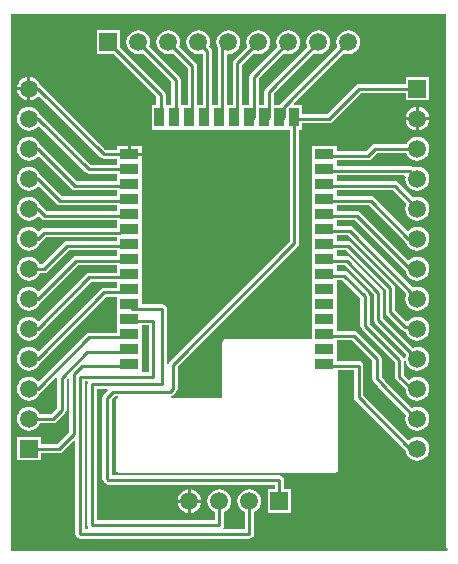
<source format=gtl>
G04 Layer_Physical_Order=1*
G04 Layer_Color=255*
%FSLAX25Y25*%
%MOIN*%
G70*
G01*
G75*
%ADD10R,0.03189X0.06299*%
%ADD11R,0.06299X0.03189*%
%ADD12C,0.01000*%
%ADD13C,0.05906*%
%ADD14R,0.05906X0.05906*%
%ADD15R,0.05906X0.05906*%
G36*
X145000Y1000D02*
X145538Y462D01*
X145347Y0D01*
X0D01*
Y179000D01*
X145000D01*
Y1000D01*
D02*
G37*
%LPC*%
G36*
X112500Y173487D02*
X111468Y173351D01*
X110507Y172953D01*
X109681Y172319D01*
X109047Y171493D01*
X108649Y170532D01*
X108513Y169500D01*
X108649Y168468D01*
X108841Y168004D01*
X89919Y149081D01*
X89630Y148650D01*
X87529D01*
Y152366D01*
X101004Y165841D01*
X101468Y165649D01*
X102500Y165513D01*
X103532Y165649D01*
X104493Y166047D01*
X105319Y166681D01*
X105953Y167507D01*
X106351Y168468D01*
X106487Y169500D01*
X106351Y170532D01*
X105953Y171493D01*
X105319Y172319D01*
X104493Y172953D01*
X103532Y173351D01*
X102500Y173487D01*
X101468Y173351D01*
X100507Y172953D01*
X99681Y172319D01*
X99047Y171493D01*
X98649Y170532D01*
X98513Y169500D01*
X98649Y168468D01*
X98841Y168004D01*
X84919Y154081D01*
X84587Y153585D01*
X84471Y153000D01*
Y148650D01*
X82529D01*
Y157367D01*
X91004Y165841D01*
X91468Y165649D01*
X92500Y165513D01*
X93532Y165649D01*
X94493Y166047D01*
X95319Y166681D01*
X95953Y167507D01*
X96351Y168468D01*
X96487Y169500D01*
X96351Y170532D01*
X95953Y171493D01*
X95319Y172319D01*
X94493Y172953D01*
X93532Y173351D01*
X92500Y173487D01*
X91468Y173351D01*
X90507Y172953D01*
X89681Y172319D01*
X89047Y171493D01*
X88649Y170532D01*
X88513Y169500D01*
X88649Y168468D01*
X88841Y168004D01*
X79919Y159081D01*
X79587Y158585D01*
X79471Y158000D01*
Y148650D01*
X77029D01*
Y161866D01*
X81004Y165841D01*
X81468Y165649D01*
X82500Y165513D01*
X83532Y165649D01*
X84493Y166047D01*
X85319Y166681D01*
X85953Y167507D01*
X86351Y168468D01*
X86487Y169500D01*
X86351Y170532D01*
X85953Y171493D01*
X85319Y172319D01*
X84493Y172953D01*
X83532Y173351D01*
X82500Y173487D01*
X81468Y173351D01*
X80507Y172953D01*
X79681Y172319D01*
X79047Y171493D01*
X78649Y170532D01*
X78513Y169500D01*
X78649Y168468D01*
X78841Y168004D01*
X74419Y163581D01*
X74087Y163085D01*
X73971Y162500D01*
Y148650D01*
X72029D01*
Y165196D01*
X72405Y165526D01*
X72500Y165513D01*
X73532Y165649D01*
X74493Y166047D01*
X75319Y166681D01*
X75953Y167507D01*
X76351Y168468D01*
X76487Y169500D01*
X76351Y170532D01*
X75953Y171493D01*
X75319Y172319D01*
X74493Y172953D01*
X73532Y173351D01*
X72500Y173487D01*
X71468Y173351D01*
X70507Y172953D01*
X69681Y172319D01*
X69047Y171493D01*
X68649Y170532D01*
X68513Y169500D01*
X68649Y168468D01*
X68996Y167630D01*
X68971Y167500D01*
Y148650D01*
X67029D01*
Y166500D01*
X66913Y167085D01*
X66581Y167581D01*
X66159Y168004D01*
X66351Y168468D01*
X66487Y169500D01*
X66351Y170532D01*
X65953Y171493D01*
X65319Y172319D01*
X64493Y172953D01*
X63532Y173351D01*
X62500Y173487D01*
X61468Y173351D01*
X60507Y172953D01*
X59681Y172319D01*
X59047Y171493D01*
X58649Y170532D01*
X58513Y169500D01*
X58649Y168468D01*
X59047Y167507D01*
X59681Y166681D01*
X60507Y166047D01*
X61468Y165649D01*
X62500Y165513D01*
X63471Y165641D01*
X63660Y165588D01*
X63971Y165381D01*
Y148650D01*
X62029D01*
Y161500D01*
X61913Y162085D01*
X61581Y162581D01*
X56159Y168004D01*
X56351Y168468D01*
X56487Y169500D01*
X56351Y170532D01*
X55953Y171493D01*
X55319Y172319D01*
X54493Y172953D01*
X53532Y173351D01*
X52500Y173487D01*
X51468Y173351D01*
X50507Y172953D01*
X49681Y172319D01*
X49047Y171493D01*
X48649Y170532D01*
X48513Y169500D01*
X48649Y168468D01*
X49047Y167507D01*
X49681Y166681D01*
X50507Y166047D01*
X51468Y165649D01*
X52500Y165513D01*
X53532Y165649D01*
X53996Y165841D01*
X58971Y160866D01*
Y148650D01*
X56529D01*
Y157000D01*
X56413Y157585D01*
X56081Y158081D01*
X46159Y168004D01*
X46351Y168468D01*
X46487Y169500D01*
X46351Y170532D01*
X45953Y171493D01*
X45319Y172319D01*
X44493Y172953D01*
X43532Y173351D01*
X42500Y173487D01*
X41468Y173351D01*
X40507Y172953D01*
X39681Y172319D01*
X39047Y171493D01*
X38649Y170532D01*
X38513Y169500D01*
X38649Y168468D01*
X39047Y167507D01*
X39681Y166681D01*
X40507Y166047D01*
X41468Y165649D01*
X42500Y165513D01*
X43532Y165649D01*
X43996Y165841D01*
X53471Y156367D01*
Y148650D01*
X51529D01*
Y152000D01*
X51413Y152585D01*
X51081Y153081D01*
X36453Y167710D01*
Y173453D01*
X28547D01*
Y165547D01*
X34290D01*
X48471Y151366D01*
Y148650D01*
X46905D01*
Y140350D01*
X92971D01*
Y103133D01*
X52919Y63081D01*
X52587Y62585D01*
X52529Y62296D01*
X52029Y62345D01*
Y80500D01*
X51913Y81085D01*
X51581Y81581D01*
X51085Y81913D01*
X50500Y82029D01*
X43650D01*
Y84539D01*
Y89539D01*
Y94539D01*
Y99539D01*
Y104539D01*
Y109539D01*
Y114539D01*
Y119539D01*
Y124539D01*
Y129539D01*
Y131634D01*
X39500D01*
Y132134D01*
X39000D01*
Y134728D01*
X35350D01*
Y133663D01*
X31500D01*
X10081Y155081D01*
X9734Y155313D01*
X9453Y155993D01*
X8819Y156819D01*
X7993Y157453D01*
X7032Y157851D01*
X6500Y157921D01*
Y154000D01*
Y150079D01*
X7032Y150149D01*
X7993Y150547D01*
X8819Y151181D01*
X8952Y151354D01*
X9451Y151386D01*
X29785Y131052D01*
X30281Y130721D01*
X30866Y130605D01*
X35350D01*
Y128663D01*
X26500D01*
X10081Y145081D01*
X9734Y145313D01*
X9453Y145993D01*
X8819Y146819D01*
X7993Y147453D01*
X7032Y147851D01*
X6000Y147987D01*
X4968Y147851D01*
X4007Y147453D01*
X3181Y146819D01*
X2547Y145993D01*
X2149Y145032D01*
X2013Y144000D01*
X2149Y142968D01*
X2547Y142007D01*
X3181Y141181D01*
X4007Y140547D01*
X4968Y140149D01*
X6000Y140013D01*
X7032Y140149D01*
X7993Y140547D01*
X8819Y141181D01*
X8952Y141354D01*
X9451Y141386D01*
X24785Y126052D01*
X25281Y125721D01*
X25866Y125604D01*
X35350D01*
Y123163D01*
X22000D01*
X10081Y135081D01*
X9734Y135313D01*
X9453Y135993D01*
X8819Y136819D01*
X7993Y137453D01*
X7032Y137851D01*
X6000Y137987D01*
X4968Y137851D01*
X4007Y137453D01*
X3181Y136819D01*
X2547Y135993D01*
X2149Y135032D01*
X2013Y134000D01*
X2149Y132968D01*
X2547Y132007D01*
X3181Y131181D01*
X4007Y130547D01*
X4968Y130149D01*
X6000Y130013D01*
X7032Y130149D01*
X7993Y130547D01*
X8819Y131181D01*
X8952Y131354D01*
X9451Y131386D01*
X20285Y120552D01*
X20781Y120221D01*
X21366Y120105D01*
X35350D01*
Y118163D01*
X17000D01*
X10081Y125081D01*
X9734Y125313D01*
X9453Y125993D01*
X8819Y126819D01*
X7993Y127453D01*
X7032Y127851D01*
X6000Y127987D01*
X4968Y127851D01*
X4007Y127453D01*
X3181Y126819D01*
X2547Y125993D01*
X2149Y125032D01*
X2013Y124000D01*
X2149Y122968D01*
X2547Y122007D01*
X3181Y121181D01*
X4007Y120547D01*
X4968Y120149D01*
X6000Y120013D01*
X7032Y120149D01*
X7993Y120547D01*
X8819Y121181D01*
X8952Y121354D01*
X9451Y121386D01*
X15285Y115552D01*
X15781Y115221D01*
X16366Y115104D01*
X35350D01*
Y113163D01*
X12000D01*
X10081Y115081D01*
X9734Y115313D01*
X9453Y115993D01*
X8819Y116819D01*
X7993Y117453D01*
X7032Y117851D01*
X6000Y117987D01*
X4968Y117851D01*
X4007Y117453D01*
X3181Y116819D01*
X2547Y115993D01*
X2149Y115032D01*
X2013Y114000D01*
X2149Y112968D01*
X2547Y112007D01*
X3181Y111181D01*
X4007Y110547D01*
X4968Y110149D01*
X6000Y110013D01*
X7032Y110149D01*
X7993Y110547D01*
X8819Y111181D01*
X8952Y111354D01*
X9451Y111386D01*
X10285Y110552D01*
X10781Y110221D01*
X11366Y110105D01*
X35350D01*
Y107529D01*
X11000D01*
X10415Y107413D01*
X9919Y107081D01*
X9451Y106614D01*
X8952Y106646D01*
X8819Y106819D01*
X7993Y107453D01*
X7032Y107851D01*
X6000Y107987D01*
X4968Y107851D01*
X4007Y107453D01*
X3181Y106819D01*
X2547Y105993D01*
X2149Y105032D01*
X2013Y104000D01*
X2149Y102968D01*
X2547Y102007D01*
X3181Y101181D01*
X4007Y100547D01*
X4968Y100149D01*
X6000Y100013D01*
X7032Y100149D01*
X7993Y100547D01*
X8819Y101181D01*
X9453Y102007D01*
X9734Y102687D01*
X10081Y102919D01*
X11633Y104471D01*
X35350D01*
Y103163D01*
X18634D01*
X18049Y103047D01*
X17552Y102715D01*
X10367Y95529D01*
X9645D01*
X9453Y95993D01*
X8819Y96819D01*
X7993Y97453D01*
X7032Y97851D01*
X6000Y97987D01*
X4968Y97851D01*
X4007Y97453D01*
X3181Y96819D01*
X2547Y95993D01*
X2149Y95032D01*
X2013Y94000D01*
X2149Y92968D01*
X2547Y92007D01*
X3181Y91181D01*
X4007Y90547D01*
X4968Y90149D01*
X6000Y90013D01*
X7032Y90149D01*
X7993Y90547D01*
X8819Y91181D01*
X9453Y92007D01*
X9645Y92471D01*
X11000D01*
X11585Y92587D01*
X12081Y92919D01*
X19267Y100104D01*
X35350D01*
Y98163D01*
X21634D01*
X21049Y98047D01*
X20552Y97715D01*
X9451Y86614D01*
X8952Y86646D01*
X8819Y86819D01*
X7993Y87453D01*
X7032Y87851D01*
X6000Y87987D01*
X4968Y87851D01*
X4007Y87453D01*
X3181Y86819D01*
X2547Y85993D01*
X2149Y85032D01*
X2013Y84000D01*
X2149Y82968D01*
X2547Y82007D01*
X3181Y81181D01*
X4007Y80547D01*
X4968Y80149D01*
X6000Y80013D01*
X7032Y80149D01*
X7993Y80547D01*
X8819Y81181D01*
X9453Y82007D01*
X9734Y82687D01*
X10081Y82919D01*
X22267Y95104D01*
X35350D01*
Y92663D01*
X26134D01*
X25549Y92547D01*
X25052Y92215D01*
X9451Y76614D01*
X8952Y76646D01*
X8819Y76819D01*
X7993Y77453D01*
X7032Y77851D01*
X6000Y77987D01*
X4968Y77851D01*
X4007Y77453D01*
X3181Y76819D01*
X2547Y75993D01*
X2149Y75032D01*
X2013Y74000D01*
X2149Y72968D01*
X2547Y72007D01*
X3181Y71181D01*
X4007Y70547D01*
X4968Y70149D01*
X6000Y70013D01*
X7032Y70149D01*
X7993Y70547D01*
X8819Y71181D01*
X9453Y72007D01*
X9734Y72687D01*
X10081Y72919D01*
X26767Y89605D01*
X35350D01*
Y87663D01*
X31134D01*
X30549Y87547D01*
X30052Y87215D01*
X9451Y66614D01*
X8952Y66646D01*
X8819Y66819D01*
X7993Y67453D01*
X7032Y67851D01*
X6000Y67987D01*
X4968Y67851D01*
X4007Y67453D01*
X3181Y66819D01*
X2547Y65993D01*
X2149Y65032D01*
X2013Y64000D01*
X2149Y62968D01*
X2547Y62007D01*
X3181Y61181D01*
X4007Y60547D01*
X4968Y60149D01*
X6000Y60013D01*
X7032Y60149D01*
X7993Y60547D01*
X8819Y61181D01*
X9453Y62007D01*
X9734Y62687D01*
X10081Y62919D01*
X31767Y84605D01*
X35350D01*
Y79539D01*
Y74539D01*
Y72663D01*
X26134D01*
X25549Y72547D01*
X25052Y72215D01*
X9451Y56614D01*
X8952Y56646D01*
X8819Y56819D01*
X7993Y57453D01*
X7032Y57851D01*
X6000Y57987D01*
X4968Y57851D01*
X4007Y57453D01*
X3181Y56819D01*
X2547Y55993D01*
X2149Y55032D01*
X2013Y54000D01*
X2149Y52968D01*
X2547Y52007D01*
X3181Y51181D01*
X4007Y50547D01*
X4968Y50149D01*
X6000Y50013D01*
X7032Y50149D01*
X7993Y50547D01*
X8819Y51181D01*
X9453Y52007D01*
X9734Y52687D01*
X10081Y52919D01*
X14996Y57833D01*
X15339Y57706D01*
X15471Y57601D01*
Y47633D01*
X13366Y45529D01*
X9645D01*
X9453Y45993D01*
X8819Y46819D01*
X7993Y47453D01*
X7032Y47851D01*
X6000Y47987D01*
X4968Y47851D01*
X4007Y47453D01*
X3181Y46819D01*
X2547Y45993D01*
X2149Y45032D01*
X2013Y44000D01*
X2149Y42968D01*
X2547Y42007D01*
X3181Y41181D01*
X4007Y40547D01*
X4968Y40149D01*
X6000Y40013D01*
X7032Y40149D01*
X7993Y40547D01*
X8819Y41181D01*
X9453Y42007D01*
X9645Y42471D01*
X14000D01*
X14585Y42587D01*
X15081Y42919D01*
X18081Y45919D01*
X18413Y46415D01*
X18529Y47000D01*
Y57023D01*
X19009Y57503D01*
X19471Y57311D01*
Y39634D01*
X15367Y35529D01*
X9953D01*
Y37953D01*
X2047D01*
Y30047D01*
X9953D01*
Y32471D01*
X16000D01*
X16585Y32587D01*
X17081Y32919D01*
X21009Y36846D01*
X21471Y36654D01*
Y5500D01*
X21587Y4915D01*
X21919Y4419D01*
X22415Y4087D01*
X23000Y3971D01*
X79500D01*
X80085Y4087D01*
X80581Y4419D01*
X80913Y4915D01*
X81029Y5500D01*
Y12855D01*
X81493Y13047D01*
X82319Y13681D01*
X82953Y14507D01*
X83351Y15468D01*
X83487Y16500D01*
X83351Y17532D01*
X82953Y18493D01*
X82319Y19319D01*
X81493Y19953D01*
X80532Y20351D01*
X79500Y20487D01*
X78468Y20351D01*
X77507Y19953D01*
X76681Y19319D01*
X76047Y18493D01*
X75649Y17532D01*
X75513Y16500D01*
X75649Y15468D01*
X76047Y14507D01*
X76681Y13681D01*
X77507Y13047D01*
X77971Y12855D01*
Y7029D01*
X70877D01*
X70791Y7143D01*
X70656Y7529D01*
X70913Y7915D01*
X71029Y8500D01*
Y12855D01*
X71493Y13047D01*
X72319Y13681D01*
X72953Y14507D01*
X73351Y15468D01*
X73487Y16500D01*
X73351Y17532D01*
X72953Y18493D01*
X72319Y19319D01*
X71493Y19953D01*
X70532Y20351D01*
X69500Y20487D01*
X68468Y20351D01*
X67507Y19953D01*
X66681Y19319D01*
X66047Y18493D01*
X65649Y17532D01*
X65513Y16500D01*
X65649Y15468D01*
X66047Y14507D01*
X66681Y13681D01*
X67507Y13047D01*
X67971Y12855D01*
Y10029D01*
X28529D01*
Y53971D01*
X32154D01*
X32346Y53509D01*
X30919Y52081D01*
X30587Y51585D01*
X30471Y51000D01*
Y24000D01*
X30587Y23415D01*
X30919Y22919D01*
X31419Y22419D01*
X31915Y22087D01*
X32500Y21971D01*
X87971D01*
Y20453D01*
X85547D01*
Y12547D01*
X93453D01*
Y20453D01*
X91029D01*
Y23500D01*
X90913Y24085D01*
X90581Y24581D01*
X90085Y24913D01*
X89500Y25029D01*
X33529D01*
Y50366D01*
X34633Y51471D01*
X35704D01*
X35754Y50971D01*
X35610Y50942D01*
X35279Y50721D01*
X35058Y50390D01*
X34980Y50000D01*
Y27000D01*
X35058Y26610D01*
X35279Y26279D01*
X35610Y26058D01*
X36000Y25980D01*
X108000D01*
X108390Y26058D01*
X108721Y26279D01*
X108942Y26610D01*
X109020Y27000D01*
Y50000D01*
Y59000D01*
X108942Y59390D01*
X108799Y59605D01*
X108943Y60005D01*
X109020Y60105D01*
X114337D01*
Y51134D01*
X114453Y50549D01*
X114785Y50052D01*
X131616Y33222D01*
X131649Y32968D01*
X132047Y32007D01*
X132681Y31181D01*
X133507Y30547D01*
X134468Y30149D01*
X135500Y30013D01*
X136532Y30149D01*
X137493Y30547D01*
X138319Y31181D01*
X138953Y32007D01*
X139351Y32968D01*
X139487Y34000D01*
X139351Y35032D01*
X138953Y35993D01*
X138319Y36819D01*
X137493Y37453D01*
X136532Y37851D01*
X135500Y37987D01*
X134468Y37851D01*
X133507Y37453D01*
X132681Y36819D01*
X132364Y36798D01*
X117395Y51767D01*
Y61634D01*
X117279Y62219D01*
X116948Y62715D01*
X116451Y63047D01*
X115866Y63163D01*
X108650D01*
Y64539D01*
Y70104D01*
X113733D01*
X120471Y63367D01*
Y57500D01*
X120509Y57305D01*
X120522Y57107D01*
X120567Y57015D01*
X120587Y56915D01*
X120697Y56749D01*
X120785Y56571D01*
X122410Y54446D01*
X122487Y54378D01*
X122544Y54294D01*
X131695Y45142D01*
X131649Y45032D01*
X131513Y44000D01*
X131649Y42968D01*
X132047Y42007D01*
X132681Y41181D01*
X133507Y40547D01*
X134468Y40149D01*
X135500Y40013D01*
X136532Y40149D01*
X137493Y40547D01*
X138319Y41181D01*
X138953Y42007D01*
X139351Y42968D01*
X139487Y44000D01*
X139351Y45032D01*
X138953Y45993D01*
X138319Y46819D01*
X137493Y47453D01*
X136532Y47851D01*
X135500Y47987D01*
X134468Y47851D01*
X133651Y47512D01*
X124778Y56385D01*
X123529Y58018D01*
Y64000D01*
X123413Y64585D01*
X123081Y65081D01*
X115448Y72715D01*
X114951Y73047D01*
X114366Y73163D01*
X108650D01*
Y74539D01*
Y79539D01*
Y84539D01*
Y90105D01*
X110500D01*
X116471Y84134D01*
Y75000D01*
X116587Y74415D01*
X116919Y73919D01*
X127971Y62866D01*
Y58000D01*
X128087Y57415D01*
X128419Y56919D01*
X131540Y53797D01*
X131649Y52968D01*
X132047Y52007D01*
X132681Y51181D01*
X133507Y50547D01*
X134468Y50149D01*
X135500Y50013D01*
X136532Y50149D01*
X137493Y50547D01*
X138319Y51181D01*
X138953Y52007D01*
X139351Y52968D01*
X139487Y54000D01*
X139351Y55032D01*
X138953Y55993D01*
X138319Y56819D01*
X137493Y57453D01*
X136532Y57851D01*
X135500Y57987D01*
X134468Y57851D01*
X133507Y57453D01*
X132773Y56890D01*
X131029Y58634D01*
Y63500D01*
X130913Y64085D01*
X130581Y64581D01*
X119529Y75634D01*
Y84768D01*
X119413Y85353D01*
X119081Y85849D01*
X112215Y92715D01*
X111719Y93047D01*
X111134Y93163D01*
X108650D01*
Y95104D01*
X111233D01*
X120971Y85366D01*
Y77000D01*
X121087Y76415D01*
X121419Y75919D01*
X131841Y65496D01*
X131649Y65032D01*
X131513Y64000D01*
X131649Y62968D01*
X132047Y62007D01*
X132681Y61181D01*
X133507Y60547D01*
X134468Y60149D01*
X135500Y60013D01*
X136532Y60149D01*
X137493Y60547D01*
X138319Y61181D01*
X138953Y62007D01*
X139351Y62968D01*
X139487Y64000D01*
X139351Y65032D01*
X138953Y65993D01*
X138319Y66819D01*
X137493Y67453D01*
X136532Y67851D01*
X135500Y67987D01*
X134468Y67851D01*
X134004Y67659D01*
X124029Y77634D01*
Y86000D01*
X123913Y86585D01*
X123581Y87081D01*
X112948Y97715D01*
X112451Y98047D01*
X111866Y98163D01*
X108650D01*
Y100104D01*
X111790D01*
X124971Y86924D01*
Y79500D01*
X125087Y78915D01*
X125419Y78419D01*
X130419Y73419D01*
X130915Y73087D01*
X131500Y72971D01*
X131649D01*
X131649Y72968D01*
X132047Y72007D01*
X132681Y71181D01*
X133507Y70547D01*
X134468Y70149D01*
X135500Y70013D01*
X136532Y70149D01*
X137493Y70547D01*
X138319Y71181D01*
X138953Y72007D01*
X139351Y72968D01*
X139487Y74000D01*
X139351Y75032D01*
X138953Y75993D01*
X138319Y76819D01*
X137493Y77453D01*
X136532Y77851D01*
X135500Y77987D01*
X134468Y77851D01*
X133507Y77453D01*
X132681Y76819D01*
X132331Y76363D01*
X131832Y76331D01*
X128029Y80133D01*
Y87557D01*
X127913Y88143D01*
X127581Y88639D01*
X113505Y102715D01*
X113009Y103047D01*
X112424Y103163D01*
X108650D01*
Y105104D01*
X112233D01*
X131841Y85496D01*
X131649Y85032D01*
X131513Y84000D01*
X131649Y82968D01*
X132047Y82007D01*
X132681Y81181D01*
X133507Y80547D01*
X134468Y80149D01*
X135500Y80013D01*
X136532Y80149D01*
X137493Y80547D01*
X138319Y81181D01*
X138953Y82007D01*
X139351Y82968D01*
X139487Y84000D01*
X139351Y85032D01*
X138953Y85993D01*
X138319Y86819D01*
X137493Y87453D01*
X136532Y87851D01*
X135500Y87987D01*
X134468Y87851D01*
X134004Y87659D01*
X113948Y107715D01*
X113451Y108047D01*
X112866Y108163D01*
X108650D01*
Y110105D01*
X114733D01*
X131616Y93221D01*
X131649Y92968D01*
X132047Y92007D01*
X132681Y91181D01*
X133507Y90547D01*
X134468Y90149D01*
X135500Y90013D01*
X136532Y90149D01*
X137493Y90547D01*
X138319Y91181D01*
X138953Y92007D01*
X139351Y92968D01*
X139487Y94000D01*
X139351Y95032D01*
X138953Y95993D01*
X138319Y96819D01*
X137493Y97453D01*
X136532Y97851D01*
X135500Y97987D01*
X134468Y97851D01*
X133507Y97453D01*
X132681Y96819D01*
X132364Y96798D01*
X116448Y112715D01*
X115951Y113047D01*
X115366Y113163D01*
X108650D01*
Y115104D01*
X119233D01*
X131419Y102919D01*
X131766Y102687D01*
X132047Y102007D01*
X132681Y101181D01*
X133507Y100547D01*
X134468Y100149D01*
X135500Y100013D01*
X136532Y100149D01*
X137493Y100547D01*
X138319Y101181D01*
X138953Y102007D01*
X139351Y102968D01*
X139487Y104000D01*
X139351Y105032D01*
X138953Y105993D01*
X138319Y106819D01*
X137493Y107453D01*
X136532Y107851D01*
X135500Y107987D01*
X134468Y107851D01*
X133507Y107453D01*
X132681Y106819D01*
X132548Y106646D01*
X132049Y106614D01*
X120948Y117715D01*
X120451Y118047D01*
X119866Y118163D01*
X108650D01*
Y120105D01*
X127233D01*
X131841Y115496D01*
X131649Y115032D01*
X131513Y114000D01*
X131649Y112968D01*
X132047Y112007D01*
X132681Y111181D01*
X133507Y110547D01*
X134468Y110149D01*
X135500Y110013D01*
X136532Y110149D01*
X137493Y110547D01*
X138319Y111181D01*
X138953Y112007D01*
X139351Y112968D01*
X139487Y114000D01*
X139351Y115032D01*
X138953Y115993D01*
X138319Y116819D01*
X137493Y117453D01*
X136532Y117851D01*
X135500Y117987D01*
X134468Y117851D01*
X134004Y117659D01*
X128948Y122715D01*
X128451Y123047D01*
X127866Y123163D01*
X108650D01*
Y125104D01*
X131158D01*
X131593Y124604D01*
X131513Y124000D01*
X131649Y122968D01*
X132047Y122007D01*
X132681Y121181D01*
X133507Y120547D01*
X134468Y120149D01*
X135500Y120013D01*
X136532Y120149D01*
X137493Y120547D01*
X138319Y121181D01*
X138953Y122007D01*
X139351Y122968D01*
X139487Y124000D01*
X139351Y125032D01*
X138953Y125993D01*
X138319Y126819D01*
X137493Y127453D01*
X136532Y127851D01*
X135500Y127987D01*
X134468Y127851D01*
X134004Y127659D01*
X133948Y127715D01*
X133451Y128047D01*
X132866Y128163D01*
X108650D01*
Y130104D01*
X119134D01*
X119719Y130221D01*
X120215Y130552D01*
X122134Y132471D01*
X131855D01*
X132047Y132007D01*
X132681Y131181D01*
X133507Y130547D01*
X134468Y130149D01*
X135500Y130013D01*
X136532Y130149D01*
X137493Y130547D01*
X138319Y131181D01*
X138953Y132007D01*
X139351Y132968D01*
X139487Y134000D01*
X139351Y135032D01*
X138953Y135993D01*
X138319Y136819D01*
X137493Y137453D01*
X136532Y137851D01*
X135500Y137987D01*
X134468Y137851D01*
X133507Y137453D01*
X132681Y136819D01*
X132047Y135993D01*
X131855Y135529D01*
X121500D01*
X120915Y135413D01*
X120419Y135081D01*
X118500Y133163D01*
X108650D01*
Y134728D01*
X100350D01*
Y129539D01*
Y124539D01*
Y119539D01*
Y114539D01*
Y109539D01*
Y104539D01*
Y99539D01*
Y94539D01*
Y89539D01*
Y84539D01*
Y79539D01*
Y74539D01*
Y70736D01*
X99911Y70455D01*
X99850Y70450D01*
X99500Y70520D01*
X71500D01*
X71110Y70442D01*
X70779Y70221D01*
X70558Y69890D01*
X70480Y69500D01*
Y51020D01*
X53295D01*
X53246Y51520D01*
X53585Y51587D01*
X54081Y51919D01*
X55081Y52919D01*
X55413Y53415D01*
X55529Y54000D01*
Y61366D01*
X95581Y101419D01*
X95913Y101915D01*
X96029Y102500D01*
Y140350D01*
X97095D01*
Y142471D01*
X106000D01*
X106585Y142587D01*
X107081Y142919D01*
X116633Y152471D01*
X131547D01*
Y150047D01*
X139453D01*
Y157953D01*
X131547D01*
Y155529D01*
X116000D01*
X115415Y155413D01*
X114919Y155081D01*
X105367Y145529D01*
X97095D01*
Y148650D01*
X94466D01*
X94274Y149111D01*
X111004Y165841D01*
X111468Y165649D01*
X112500Y165513D01*
X113532Y165649D01*
X114493Y166047D01*
X115319Y166681D01*
X115953Y167507D01*
X116351Y168468D01*
X116487Y169500D01*
X116351Y170532D01*
X115953Y171493D01*
X115319Y172319D01*
X114493Y172953D01*
X113532Y173351D01*
X112500Y173487D01*
D02*
G37*
G36*
X5500Y157921D02*
X4968Y157851D01*
X4007Y157453D01*
X3181Y156819D01*
X2547Y155993D01*
X2149Y155032D01*
X2079Y154500D01*
X5500D01*
Y157921D01*
D02*
G37*
G36*
Y153500D02*
X2079D01*
X2149Y152968D01*
X2547Y152007D01*
X3181Y151181D01*
X4007Y150547D01*
X4968Y150149D01*
X5500Y150079D01*
Y153500D01*
D02*
G37*
G36*
X136000Y147921D02*
Y144500D01*
X139421D01*
X139351Y145032D01*
X138953Y145993D01*
X138319Y146819D01*
X137493Y147453D01*
X136532Y147851D01*
X136000Y147921D01*
D02*
G37*
G36*
X135000D02*
X134468Y147851D01*
X133507Y147453D01*
X132681Y146819D01*
X132047Y145993D01*
X131649Y145032D01*
X131579Y144500D01*
X135000D01*
Y147921D01*
D02*
G37*
G36*
X139421Y143500D02*
X136000D01*
Y140079D01*
X136532Y140149D01*
X137493Y140547D01*
X138319Y141181D01*
X138953Y142007D01*
X139351Y142968D01*
X139421Y143500D01*
D02*
G37*
G36*
X135000D02*
X131579D01*
X131649Y142968D01*
X132047Y142007D01*
X132681Y141181D01*
X133507Y140547D01*
X134468Y140149D01*
X135000Y140079D01*
Y143500D01*
D02*
G37*
G36*
X43650Y134728D02*
X40000D01*
Y132634D01*
X43650D01*
Y134728D01*
D02*
G37*
G36*
X60000Y20421D02*
Y17000D01*
X63421D01*
X63351Y17532D01*
X62953Y18493D01*
X62319Y19319D01*
X61493Y19953D01*
X60532Y20351D01*
X60000Y20421D01*
D02*
G37*
G36*
X59000D02*
X58468Y20351D01*
X57507Y19953D01*
X56681Y19319D01*
X56047Y18493D01*
X55649Y17532D01*
X55579Y17000D01*
X59000D01*
Y20421D01*
D02*
G37*
G36*
X63421Y16000D02*
X60000D01*
Y12579D01*
X60532Y12649D01*
X61493Y13047D01*
X62319Y13681D01*
X62953Y14507D01*
X63351Y15468D01*
X63421Y16000D01*
D02*
G37*
G36*
X59000D02*
X55579D01*
X55649Y15468D01*
X56047Y14507D01*
X56681Y13681D01*
X57507Y13047D01*
X58468Y12649D01*
X59000Y12579D01*
Y16000D01*
D02*
G37*
%LPD*%
G36*
X45971Y59529D02*
X44146D01*
X43650Y59539D01*
Y64539D01*
Y69539D01*
Y75104D01*
X45971D01*
Y59529D01*
D02*
G37*
G36*
X25564Y55971D02*
X25471Y55500D01*
Y8500D01*
X25587Y7915D01*
X25844Y7529D01*
X25709Y7143D01*
X25623Y7029D01*
X24529D01*
Y56471D01*
X25289D01*
X25564Y55971D01*
D02*
G37*
D10*
X94500Y144500D02*
D03*
X89500D02*
D03*
X84500D02*
D03*
X79500D02*
D03*
X74500D02*
D03*
X69500D02*
D03*
X64500D02*
D03*
X59500D02*
D03*
X54500D02*
D03*
X49500D02*
D03*
D11*
X104500Y132134D02*
D03*
Y127134D02*
D03*
Y122134D02*
D03*
Y117134D02*
D03*
Y112134D02*
D03*
Y107134D02*
D03*
Y102134D02*
D03*
Y97134D02*
D03*
Y92134D02*
D03*
Y87134D02*
D03*
Y82134D02*
D03*
Y77134D02*
D03*
Y72134D02*
D03*
Y67134D02*
D03*
Y62134D02*
D03*
X39500Y132134D02*
D03*
Y127134D02*
D03*
Y122134D02*
D03*
Y117134D02*
D03*
Y112134D02*
D03*
Y107134D02*
D03*
Y102134D02*
D03*
Y97134D02*
D03*
Y92134D02*
D03*
Y87134D02*
D03*
Y82134D02*
D03*
Y77134D02*
D03*
Y72134D02*
D03*
Y67134D02*
D03*
Y62134D02*
D03*
D12*
X40500Y76634D02*
X47500D01*
X40500Y80500D02*
Y81634D01*
Y80500D02*
X50500D01*
X69500Y8500D02*
Y16500D01*
X79500Y5500D02*
Y16500D01*
X50500Y55500D02*
Y80500D01*
X105500Y131634D02*
X119134D01*
X121500Y134000D01*
X135500D01*
X105500Y126634D02*
X132866D01*
X135500Y124000D01*
X105500Y121634D02*
X127866D01*
X135500Y114000D01*
X105500Y106634D02*
X112866D01*
X135500Y84000D01*
X105500Y101634D02*
X112424D01*
X105500Y96634D02*
X111866D01*
X105500Y91634D02*
X111134D01*
X118000Y84768D01*
X105500Y71634D02*
X114366D01*
X122000Y64000D01*
Y57500D02*
Y64000D01*
X105500Y61634D02*
X115866D01*
Y51134D02*
Y61634D01*
Y51134D02*
X133000Y34000D01*
X135500D01*
X105500Y116634D02*
X119866D01*
X132500Y104000D01*
X135500D01*
X105500Y111634D02*
X115366D01*
X133000Y94000D01*
X135500D01*
X126500Y79500D02*
Y87557D01*
X112424Y101634D02*
X126500Y87557D01*
Y79500D02*
X131500Y74500D01*
X134000D01*
X134500Y74000D01*
X135500D01*
X122500Y77000D02*
X135500Y64000D01*
X122500Y77000D02*
Y86000D01*
X111866Y96634D02*
X122500Y86000D01*
X133656Y54844D02*
X134500Y54000D01*
X135500D01*
X132656Y54844D02*
X133656D01*
X118000Y75000D02*
Y84768D01*
X129500Y58000D02*
X132656Y54844D01*
X129500Y58000D02*
Y63500D01*
X118000Y75000D02*
X129500Y63500D01*
X122000Y57500D02*
X123625Y55375D01*
X134500Y44500D01*
Y43000D02*
Y44500D01*
X50000Y144500D02*
X50500Y144000D01*
X50000Y144500D02*
Y152000D01*
X32500Y169500D02*
X50000Y152000D01*
X55000Y144500D02*
X55500Y144000D01*
X55000Y144500D02*
Y157000D01*
X42500Y169500D02*
X55000Y157000D01*
X60500Y144000D02*
Y161500D01*
X52500Y169500D02*
X60500Y161500D01*
X65500Y144000D02*
Y166500D01*
X62500Y169500D02*
X65500Y166500D01*
X70500Y144000D02*
Y167500D01*
X72500Y169500D01*
X75500Y144000D02*
Y162500D01*
X82500Y169500D01*
X80500Y144000D02*
X81000Y144500D01*
Y158000D01*
X92500Y169500D01*
X85500Y144000D02*
X86000Y144500D01*
Y153000D01*
X102500Y169500D01*
X90500Y144000D02*
X91000Y144500D01*
Y148000D01*
X112500Y169500D01*
X21634Y96634D02*
X40500D01*
X9000Y84000D02*
X21634Y96634D01*
X40000Y91134D02*
X40500Y91634D01*
X26134Y91134D02*
X40000D01*
X9000Y74000D02*
X26134Y91134D01*
X40000Y86134D02*
X40500Y86634D01*
X31134Y86134D02*
X40000D01*
X9000Y64000D02*
X31134Y86134D01*
X40000Y71134D02*
X40500Y71634D01*
X26134Y71134D02*
X40000D01*
X9000Y54000D02*
X26134Y71134D01*
X40000Y66134D02*
X40500Y66634D01*
X9000Y44000D02*
X14000D01*
X17000Y47000D01*
X9000Y94000D02*
X11000D01*
X18634Y101634D01*
X40500D01*
X9000Y34000D02*
X16000D01*
X95500Y144000D02*
X106000D01*
X116000Y154000D01*
X135500D01*
X47500Y58000D02*
Y76634D01*
X36850Y106634D02*
X40500D01*
X36217Y106000D02*
X36850Y106634D01*
X11000Y106000D02*
X36217D01*
X9000Y104000D02*
X11000Y106000D01*
X11366Y111634D02*
X40500D01*
X9000Y114000D02*
X11366Y111634D01*
X16366Y116634D02*
X40500D01*
X9000Y124000D02*
X16366Y116634D01*
X21366Y121634D02*
X40500D01*
X9000Y134000D02*
X21366Y121634D01*
X40000Y127134D02*
X40500Y126634D01*
X25866Y127134D02*
X40000D01*
X9000Y144000D02*
X25866Y127134D01*
X40000Y132134D02*
X40500Y131634D01*
X9000Y154000D02*
X30866Y132134D01*
X40000D01*
X94500Y102500D02*
Y144500D01*
X54000Y62000D02*
X94500Y102500D01*
X23000Y5500D02*
X79500D01*
X23000D02*
Y58000D01*
X47500D01*
X16000Y34000D02*
X21000Y39000D01*
Y58828D01*
X17000Y57657D02*
X25477Y66134D01*
X17000Y47000D02*
Y57657D01*
X25477Y66134D02*
X40000D01*
X27000Y8500D02*
X69500D01*
X27000D02*
Y55500D01*
X50500D01*
X21000Y58828D02*
X23805Y61634D01*
X40500D01*
X89500Y16500D02*
Y23500D01*
X32500D02*
X89500D01*
X32000Y24000D02*
X32500Y23500D01*
X32000Y24000D02*
Y51000D01*
X34000Y53000D01*
X53000D01*
X54000Y54000D01*
Y62000D01*
D13*
X135500Y34000D02*
D03*
Y44000D02*
D03*
Y54000D02*
D03*
Y64000D02*
D03*
Y74000D02*
D03*
Y84000D02*
D03*
Y94000D02*
D03*
Y104000D02*
D03*
Y114000D02*
D03*
Y124000D02*
D03*
Y134000D02*
D03*
Y144000D02*
D03*
X6000Y154000D02*
D03*
Y144000D02*
D03*
Y134000D02*
D03*
Y124000D02*
D03*
Y114000D02*
D03*
Y104000D02*
D03*
Y94000D02*
D03*
Y84000D02*
D03*
Y74000D02*
D03*
Y64000D02*
D03*
Y54000D02*
D03*
Y44000D02*
D03*
X79500Y16500D02*
D03*
X69500D02*
D03*
X59500D02*
D03*
X42500Y169500D02*
D03*
X112500D02*
D03*
X102500D02*
D03*
X92500D02*
D03*
X82500D02*
D03*
X72500D02*
D03*
X62500D02*
D03*
X52500D02*
D03*
D14*
X135500Y154000D02*
D03*
X6000Y34000D02*
D03*
D15*
X89500Y16500D02*
D03*
X32500Y169500D02*
D03*
M02*

</source>
